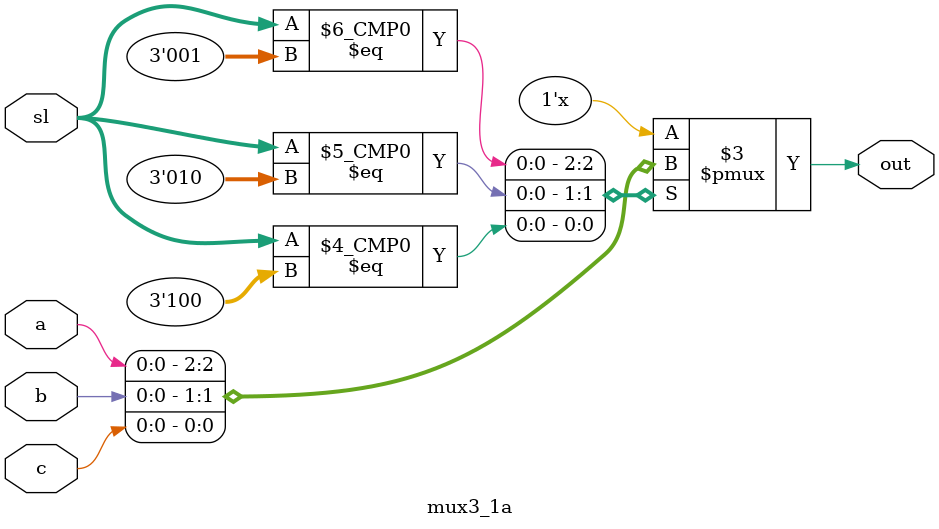
<source format=v>
module mux3_1a (
    input  wire [2:0] sl,
    input  wire a,
    input  wire b,
    input  wire c,
    output reg out 
);

always @(*) begin
    case (sl)
        3'b001 : out = a;
        3'b010 : out = b;
        3'b100 : out = c; 
    endcase
end

endmodule //mux3_1a
</source>
